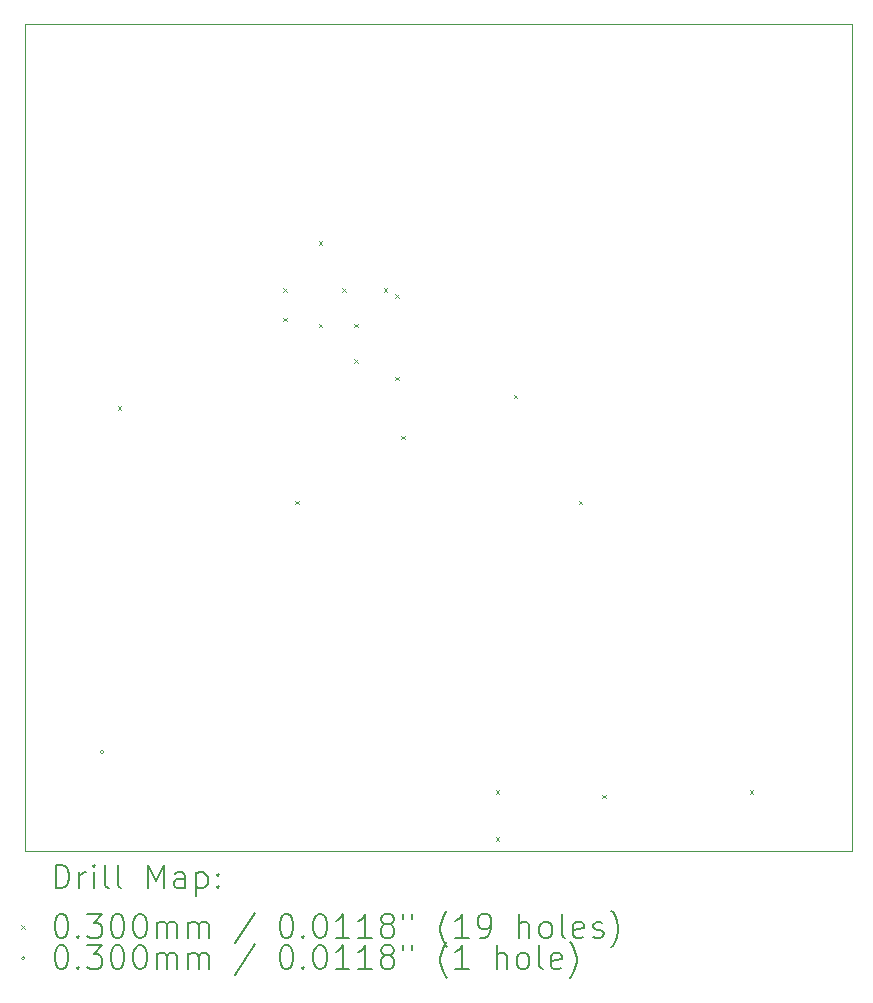
<source format=gbr>
%TF.GenerationSoftware,KiCad,Pcbnew,8.0.3-8.0.3-0~ubuntu24.04.1*%
%TF.CreationDate,2024-06-13T21:30:14+05:00*%
%TF.ProjectId,solartap_mcu,736f6c61-7274-4617-905f-6d63752e6b69,rev?*%
%TF.SameCoordinates,Original*%
%TF.FileFunction,Drillmap*%
%TF.FilePolarity,Positive*%
%FSLAX45Y45*%
G04 Gerber Fmt 4.5, Leading zero omitted, Abs format (unit mm)*
G04 Created by KiCad (PCBNEW 8.0.3-8.0.3-0~ubuntu24.04.1) date 2024-06-13 21:30:14*
%MOMM*%
%LPD*%
G01*
G04 APERTURE LIST*
%ADD10C,0.050000*%
%ADD11C,0.200000*%
%ADD12C,0.100000*%
G04 APERTURE END LIST*
D10*
X6000000Y-4000000D02*
X13000000Y-4000000D01*
X13000000Y-11000000D01*
X6000000Y-11000000D01*
X6000000Y-4000000D01*
D11*
D12*
X6785000Y-7235000D02*
X6815000Y-7265000D01*
X6815000Y-7235000D02*
X6785000Y-7265000D01*
X8185000Y-6235000D02*
X8215000Y-6265000D01*
X8215000Y-6235000D02*
X8185000Y-6265000D01*
X8185000Y-6485000D02*
X8215000Y-6515000D01*
X8215000Y-6485000D02*
X8185000Y-6515000D01*
X8285000Y-8035000D02*
X8315000Y-8065000D01*
X8315000Y-8035000D02*
X8285000Y-8065000D01*
X8485000Y-5835000D02*
X8515000Y-5865000D01*
X8515000Y-5835000D02*
X8485000Y-5865000D01*
X8485000Y-6535000D02*
X8515000Y-6565000D01*
X8515000Y-6535000D02*
X8485000Y-6565000D01*
X8685000Y-6235000D02*
X8715000Y-6265000D01*
X8715000Y-6235000D02*
X8685000Y-6265000D01*
X8785000Y-6535000D02*
X8815000Y-6565000D01*
X8815000Y-6535000D02*
X8785000Y-6565000D01*
X8785000Y-6835000D02*
X8815000Y-6865000D01*
X8815000Y-6835000D02*
X8785000Y-6865000D01*
X9035000Y-6235000D02*
X9065000Y-6265000D01*
X9065000Y-6235000D02*
X9035000Y-6265000D01*
X9135000Y-6285000D02*
X9165000Y-6315000D01*
X9165000Y-6285000D02*
X9135000Y-6315000D01*
X9135000Y-6985000D02*
X9165000Y-7015000D01*
X9165000Y-6985000D02*
X9135000Y-7015000D01*
X9185000Y-7485000D02*
X9215000Y-7515000D01*
X9215000Y-7485000D02*
X9185000Y-7515000D01*
X9985000Y-10485000D02*
X10015000Y-10515000D01*
X10015000Y-10485000D02*
X9985000Y-10515000D01*
X9985000Y-10885000D02*
X10015000Y-10915000D01*
X10015000Y-10885000D02*
X9985000Y-10915000D01*
X10135000Y-7135000D02*
X10165000Y-7165000D01*
X10165000Y-7135000D02*
X10135000Y-7165000D01*
X10685000Y-8035000D02*
X10715000Y-8065000D01*
X10715000Y-8035000D02*
X10685000Y-8065000D01*
X10885000Y-10521250D02*
X10915000Y-10551250D01*
X10915000Y-10521250D02*
X10885000Y-10551250D01*
X12135000Y-10485000D02*
X12165000Y-10515000D01*
X12165000Y-10485000D02*
X12135000Y-10515000D01*
X6665000Y-10160000D02*
G75*
G02*
X6635000Y-10160000I-15000J0D01*
G01*
X6635000Y-10160000D02*
G75*
G02*
X6665000Y-10160000I15000J0D01*
G01*
D11*
X6258277Y-11313984D02*
X6258277Y-11113984D01*
X6258277Y-11113984D02*
X6305896Y-11113984D01*
X6305896Y-11113984D02*
X6334467Y-11123508D01*
X6334467Y-11123508D02*
X6353515Y-11142555D01*
X6353515Y-11142555D02*
X6363039Y-11161603D01*
X6363039Y-11161603D02*
X6372562Y-11199698D01*
X6372562Y-11199698D02*
X6372562Y-11228269D01*
X6372562Y-11228269D02*
X6363039Y-11266365D01*
X6363039Y-11266365D02*
X6353515Y-11285412D01*
X6353515Y-11285412D02*
X6334467Y-11304460D01*
X6334467Y-11304460D02*
X6305896Y-11313984D01*
X6305896Y-11313984D02*
X6258277Y-11313984D01*
X6458277Y-11313984D02*
X6458277Y-11180650D01*
X6458277Y-11218746D02*
X6467801Y-11199698D01*
X6467801Y-11199698D02*
X6477324Y-11190174D01*
X6477324Y-11190174D02*
X6496372Y-11180650D01*
X6496372Y-11180650D02*
X6515420Y-11180650D01*
X6582086Y-11313984D02*
X6582086Y-11180650D01*
X6582086Y-11113984D02*
X6572562Y-11123508D01*
X6572562Y-11123508D02*
X6582086Y-11133031D01*
X6582086Y-11133031D02*
X6591610Y-11123508D01*
X6591610Y-11123508D02*
X6582086Y-11113984D01*
X6582086Y-11113984D02*
X6582086Y-11133031D01*
X6705896Y-11313984D02*
X6686848Y-11304460D01*
X6686848Y-11304460D02*
X6677324Y-11285412D01*
X6677324Y-11285412D02*
X6677324Y-11113984D01*
X6810658Y-11313984D02*
X6791610Y-11304460D01*
X6791610Y-11304460D02*
X6782086Y-11285412D01*
X6782086Y-11285412D02*
X6782086Y-11113984D01*
X7039229Y-11313984D02*
X7039229Y-11113984D01*
X7039229Y-11113984D02*
X7105896Y-11256841D01*
X7105896Y-11256841D02*
X7172562Y-11113984D01*
X7172562Y-11113984D02*
X7172562Y-11313984D01*
X7353515Y-11313984D02*
X7353515Y-11209222D01*
X7353515Y-11209222D02*
X7343991Y-11190174D01*
X7343991Y-11190174D02*
X7324943Y-11180650D01*
X7324943Y-11180650D02*
X7286848Y-11180650D01*
X7286848Y-11180650D02*
X7267801Y-11190174D01*
X7353515Y-11304460D02*
X7334467Y-11313984D01*
X7334467Y-11313984D02*
X7286848Y-11313984D01*
X7286848Y-11313984D02*
X7267801Y-11304460D01*
X7267801Y-11304460D02*
X7258277Y-11285412D01*
X7258277Y-11285412D02*
X7258277Y-11266365D01*
X7258277Y-11266365D02*
X7267801Y-11247317D01*
X7267801Y-11247317D02*
X7286848Y-11237793D01*
X7286848Y-11237793D02*
X7334467Y-11237793D01*
X7334467Y-11237793D02*
X7353515Y-11228269D01*
X7448753Y-11180650D02*
X7448753Y-11380650D01*
X7448753Y-11190174D02*
X7467801Y-11180650D01*
X7467801Y-11180650D02*
X7505896Y-11180650D01*
X7505896Y-11180650D02*
X7524943Y-11190174D01*
X7524943Y-11190174D02*
X7534467Y-11199698D01*
X7534467Y-11199698D02*
X7543991Y-11218746D01*
X7543991Y-11218746D02*
X7543991Y-11275888D01*
X7543991Y-11275888D02*
X7534467Y-11294936D01*
X7534467Y-11294936D02*
X7524943Y-11304460D01*
X7524943Y-11304460D02*
X7505896Y-11313984D01*
X7505896Y-11313984D02*
X7467801Y-11313984D01*
X7467801Y-11313984D02*
X7448753Y-11304460D01*
X7629705Y-11294936D02*
X7639229Y-11304460D01*
X7639229Y-11304460D02*
X7629705Y-11313984D01*
X7629705Y-11313984D02*
X7620182Y-11304460D01*
X7620182Y-11304460D02*
X7629705Y-11294936D01*
X7629705Y-11294936D02*
X7629705Y-11313984D01*
X7629705Y-11190174D02*
X7639229Y-11199698D01*
X7639229Y-11199698D02*
X7629705Y-11209222D01*
X7629705Y-11209222D02*
X7620182Y-11199698D01*
X7620182Y-11199698D02*
X7629705Y-11190174D01*
X7629705Y-11190174D02*
X7629705Y-11209222D01*
D12*
X5967500Y-11627500D02*
X5997500Y-11657500D01*
X5997500Y-11627500D02*
X5967500Y-11657500D01*
D11*
X6296372Y-11533984D02*
X6315420Y-11533984D01*
X6315420Y-11533984D02*
X6334467Y-11543508D01*
X6334467Y-11543508D02*
X6343991Y-11553031D01*
X6343991Y-11553031D02*
X6353515Y-11572079D01*
X6353515Y-11572079D02*
X6363039Y-11610174D01*
X6363039Y-11610174D02*
X6363039Y-11657793D01*
X6363039Y-11657793D02*
X6353515Y-11695888D01*
X6353515Y-11695888D02*
X6343991Y-11714936D01*
X6343991Y-11714936D02*
X6334467Y-11724460D01*
X6334467Y-11724460D02*
X6315420Y-11733984D01*
X6315420Y-11733984D02*
X6296372Y-11733984D01*
X6296372Y-11733984D02*
X6277324Y-11724460D01*
X6277324Y-11724460D02*
X6267801Y-11714936D01*
X6267801Y-11714936D02*
X6258277Y-11695888D01*
X6258277Y-11695888D02*
X6248753Y-11657793D01*
X6248753Y-11657793D02*
X6248753Y-11610174D01*
X6248753Y-11610174D02*
X6258277Y-11572079D01*
X6258277Y-11572079D02*
X6267801Y-11553031D01*
X6267801Y-11553031D02*
X6277324Y-11543508D01*
X6277324Y-11543508D02*
X6296372Y-11533984D01*
X6448753Y-11714936D02*
X6458277Y-11724460D01*
X6458277Y-11724460D02*
X6448753Y-11733984D01*
X6448753Y-11733984D02*
X6439229Y-11724460D01*
X6439229Y-11724460D02*
X6448753Y-11714936D01*
X6448753Y-11714936D02*
X6448753Y-11733984D01*
X6524943Y-11533984D02*
X6648753Y-11533984D01*
X6648753Y-11533984D02*
X6582086Y-11610174D01*
X6582086Y-11610174D02*
X6610658Y-11610174D01*
X6610658Y-11610174D02*
X6629705Y-11619698D01*
X6629705Y-11619698D02*
X6639229Y-11629222D01*
X6639229Y-11629222D02*
X6648753Y-11648269D01*
X6648753Y-11648269D02*
X6648753Y-11695888D01*
X6648753Y-11695888D02*
X6639229Y-11714936D01*
X6639229Y-11714936D02*
X6629705Y-11724460D01*
X6629705Y-11724460D02*
X6610658Y-11733984D01*
X6610658Y-11733984D02*
X6553515Y-11733984D01*
X6553515Y-11733984D02*
X6534467Y-11724460D01*
X6534467Y-11724460D02*
X6524943Y-11714936D01*
X6772562Y-11533984D02*
X6791610Y-11533984D01*
X6791610Y-11533984D02*
X6810658Y-11543508D01*
X6810658Y-11543508D02*
X6820182Y-11553031D01*
X6820182Y-11553031D02*
X6829705Y-11572079D01*
X6829705Y-11572079D02*
X6839229Y-11610174D01*
X6839229Y-11610174D02*
X6839229Y-11657793D01*
X6839229Y-11657793D02*
X6829705Y-11695888D01*
X6829705Y-11695888D02*
X6820182Y-11714936D01*
X6820182Y-11714936D02*
X6810658Y-11724460D01*
X6810658Y-11724460D02*
X6791610Y-11733984D01*
X6791610Y-11733984D02*
X6772562Y-11733984D01*
X6772562Y-11733984D02*
X6753515Y-11724460D01*
X6753515Y-11724460D02*
X6743991Y-11714936D01*
X6743991Y-11714936D02*
X6734467Y-11695888D01*
X6734467Y-11695888D02*
X6724943Y-11657793D01*
X6724943Y-11657793D02*
X6724943Y-11610174D01*
X6724943Y-11610174D02*
X6734467Y-11572079D01*
X6734467Y-11572079D02*
X6743991Y-11553031D01*
X6743991Y-11553031D02*
X6753515Y-11543508D01*
X6753515Y-11543508D02*
X6772562Y-11533984D01*
X6963039Y-11533984D02*
X6982086Y-11533984D01*
X6982086Y-11533984D02*
X7001134Y-11543508D01*
X7001134Y-11543508D02*
X7010658Y-11553031D01*
X7010658Y-11553031D02*
X7020182Y-11572079D01*
X7020182Y-11572079D02*
X7029705Y-11610174D01*
X7029705Y-11610174D02*
X7029705Y-11657793D01*
X7029705Y-11657793D02*
X7020182Y-11695888D01*
X7020182Y-11695888D02*
X7010658Y-11714936D01*
X7010658Y-11714936D02*
X7001134Y-11724460D01*
X7001134Y-11724460D02*
X6982086Y-11733984D01*
X6982086Y-11733984D02*
X6963039Y-11733984D01*
X6963039Y-11733984D02*
X6943991Y-11724460D01*
X6943991Y-11724460D02*
X6934467Y-11714936D01*
X6934467Y-11714936D02*
X6924943Y-11695888D01*
X6924943Y-11695888D02*
X6915420Y-11657793D01*
X6915420Y-11657793D02*
X6915420Y-11610174D01*
X6915420Y-11610174D02*
X6924943Y-11572079D01*
X6924943Y-11572079D02*
X6934467Y-11553031D01*
X6934467Y-11553031D02*
X6943991Y-11543508D01*
X6943991Y-11543508D02*
X6963039Y-11533984D01*
X7115420Y-11733984D02*
X7115420Y-11600650D01*
X7115420Y-11619698D02*
X7124943Y-11610174D01*
X7124943Y-11610174D02*
X7143991Y-11600650D01*
X7143991Y-11600650D02*
X7172563Y-11600650D01*
X7172563Y-11600650D02*
X7191610Y-11610174D01*
X7191610Y-11610174D02*
X7201134Y-11629222D01*
X7201134Y-11629222D02*
X7201134Y-11733984D01*
X7201134Y-11629222D02*
X7210658Y-11610174D01*
X7210658Y-11610174D02*
X7229705Y-11600650D01*
X7229705Y-11600650D02*
X7258277Y-11600650D01*
X7258277Y-11600650D02*
X7277324Y-11610174D01*
X7277324Y-11610174D02*
X7286848Y-11629222D01*
X7286848Y-11629222D02*
X7286848Y-11733984D01*
X7382086Y-11733984D02*
X7382086Y-11600650D01*
X7382086Y-11619698D02*
X7391610Y-11610174D01*
X7391610Y-11610174D02*
X7410658Y-11600650D01*
X7410658Y-11600650D02*
X7439229Y-11600650D01*
X7439229Y-11600650D02*
X7458277Y-11610174D01*
X7458277Y-11610174D02*
X7467801Y-11629222D01*
X7467801Y-11629222D02*
X7467801Y-11733984D01*
X7467801Y-11629222D02*
X7477324Y-11610174D01*
X7477324Y-11610174D02*
X7496372Y-11600650D01*
X7496372Y-11600650D02*
X7524943Y-11600650D01*
X7524943Y-11600650D02*
X7543991Y-11610174D01*
X7543991Y-11610174D02*
X7553515Y-11629222D01*
X7553515Y-11629222D02*
X7553515Y-11733984D01*
X7943991Y-11524460D02*
X7772563Y-11781603D01*
X8201134Y-11533984D02*
X8220182Y-11533984D01*
X8220182Y-11533984D02*
X8239229Y-11543508D01*
X8239229Y-11543508D02*
X8248753Y-11553031D01*
X8248753Y-11553031D02*
X8258277Y-11572079D01*
X8258277Y-11572079D02*
X8267801Y-11610174D01*
X8267801Y-11610174D02*
X8267801Y-11657793D01*
X8267801Y-11657793D02*
X8258277Y-11695888D01*
X8258277Y-11695888D02*
X8248753Y-11714936D01*
X8248753Y-11714936D02*
X8239229Y-11724460D01*
X8239229Y-11724460D02*
X8220182Y-11733984D01*
X8220182Y-11733984D02*
X8201134Y-11733984D01*
X8201134Y-11733984D02*
X8182086Y-11724460D01*
X8182086Y-11724460D02*
X8172563Y-11714936D01*
X8172563Y-11714936D02*
X8163039Y-11695888D01*
X8163039Y-11695888D02*
X8153515Y-11657793D01*
X8153515Y-11657793D02*
X8153515Y-11610174D01*
X8153515Y-11610174D02*
X8163039Y-11572079D01*
X8163039Y-11572079D02*
X8172563Y-11553031D01*
X8172563Y-11553031D02*
X8182086Y-11543508D01*
X8182086Y-11543508D02*
X8201134Y-11533984D01*
X8353515Y-11714936D02*
X8363039Y-11724460D01*
X8363039Y-11724460D02*
X8353515Y-11733984D01*
X8353515Y-11733984D02*
X8343991Y-11724460D01*
X8343991Y-11724460D02*
X8353515Y-11714936D01*
X8353515Y-11714936D02*
X8353515Y-11733984D01*
X8486848Y-11533984D02*
X8505896Y-11533984D01*
X8505896Y-11533984D02*
X8524944Y-11543508D01*
X8524944Y-11543508D02*
X8534468Y-11553031D01*
X8534468Y-11553031D02*
X8543991Y-11572079D01*
X8543991Y-11572079D02*
X8553515Y-11610174D01*
X8553515Y-11610174D02*
X8553515Y-11657793D01*
X8553515Y-11657793D02*
X8543991Y-11695888D01*
X8543991Y-11695888D02*
X8534468Y-11714936D01*
X8534468Y-11714936D02*
X8524944Y-11724460D01*
X8524944Y-11724460D02*
X8505896Y-11733984D01*
X8505896Y-11733984D02*
X8486848Y-11733984D01*
X8486848Y-11733984D02*
X8467801Y-11724460D01*
X8467801Y-11724460D02*
X8458277Y-11714936D01*
X8458277Y-11714936D02*
X8448753Y-11695888D01*
X8448753Y-11695888D02*
X8439229Y-11657793D01*
X8439229Y-11657793D02*
X8439229Y-11610174D01*
X8439229Y-11610174D02*
X8448753Y-11572079D01*
X8448753Y-11572079D02*
X8458277Y-11553031D01*
X8458277Y-11553031D02*
X8467801Y-11543508D01*
X8467801Y-11543508D02*
X8486848Y-11533984D01*
X8743991Y-11733984D02*
X8629706Y-11733984D01*
X8686848Y-11733984D02*
X8686848Y-11533984D01*
X8686848Y-11533984D02*
X8667801Y-11562555D01*
X8667801Y-11562555D02*
X8648753Y-11581603D01*
X8648753Y-11581603D02*
X8629706Y-11591127D01*
X8934468Y-11733984D02*
X8820182Y-11733984D01*
X8877325Y-11733984D02*
X8877325Y-11533984D01*
X8877325Y-11533984D02*
X8858277Y-11562555D01*
X8858277Y-11562555D02*
X8839229Y-11581603D01*
X8839229Y-11581603D02*
X8820182Y-11591127D01*
X9048753Y-11619698D02*
X9029706Y-11610174D01*
X9029706Y-11610174D02*
X9020182Y-11600650D01*
X9020182Y-11600650D02*
X9010658Y-11581603D01*
X9010658Y-11581603D02*
X9010658Y-11572079D01*
X9010658Y-11572079D02*
X9020182Y-11553031D01*
X9020182Y-11553031D02*
X9029706Y-11543508D01*
X9029706Y-11543508D02*
X9048753Y-11533984D01*
X9048753Y-11533984D02*
X9086849Y-11533984D01*
X9086849Y-11533984D02*
X9105896Y-11543508D01*
X9105896Y-11543508D02*
X9115420Y-11553031D01*
X9115420Y-11553031D02*
X9124944Y-11572079D01*
X9124944Y-11572079D02*
X9124944Y-11581603D01*
X9124944Y-11581603D02*
X9115420Y-11600650D01*
X9115420Y-11600650D02*
X9105896Y-11610174D01*
X9105896Y-11610174D02*
X9086849Y-11619698D01*
X9086849Y-11619698D02*
X9048753Y-11619698D01*
X9048753Y-11619698D02*
X9029706Y-11629222D01*
X9029706Y-11629222D02*
X9020182Y-11638746D01*
X9020182Y-11638746D02*
X9010658Y-11657793D01*
X9010658Y-11657793D02*
X9010658Y-11695888D01*
X9010658Y-11695888D02*
X9020182Y-11714936D01*
X9020182Y-11714936D02*
X9029706Y-11724460D01*
X9029706Y-11724460D02*
X9048753Y-11733984D01*
X9048753Y-11733984D02*
X9086849Y-11733984D01*
X9086849Y-11733984D02*
X9105896Y-11724460D01*
X9105896Y-11724460D02*
X9115420Y-11714936D01*
X9115420Y-11714936D02*
X9124944Y-11695888D01*
X9124944Y-11695888D02*
X9124944Y-11657793D01*
X9124944Y-11657793D02*
X9115420Y-11638746D01*
X9115420Y-11638746D02*
X9105896Y-11629222D01*
X9105896Y-11629222D02*
X9086849Y-11619698D01*
X9201134Y-11533984D02*
X9201134Y-11572079D01*
X9277325Y-11533984D02*
X9277325Y-11572079D01*
X9572563Y-11810174D02*
X9563039Y-11800650D01*
X9563039Y-11800650D02*
X9543991Y-11772079D01*
X9543991Y-11772079D02*
X9534468Y-11753031D01*
X9534468Y-11753031D02*
X9524944Y-11724460D01*
X9524944Y-11724460D02*
X9515420Y-11676841D01*
X9515420Y-11676841D02*
X9515420Y-11638746D01*
X9515420Y-11638746D02*
X9524944Y-11591127D01*
X9524944Y-11591127D02*
X9534468Y-11562555D01*
X9534468Y-11562555D02*
X9543991Y-11543508D01*
X9543991Y-11543508D02*
X9563039Y-11514936D01*
X9563039Y-11514936D02*
X9572563Y-11505412D01*
X9753515Y-11733984D02*
X9639230Y-11733984D01*
X9696372Y-11733984D02*
X9696372Y-11533984D01*
X9696372Y-11533984D02*
X9677325Y-11562555D01*
X9677325Y-11562555D02*
X9658277Y-11581603D01*
X9658277Y-11581603D02*
X9639230Y-11591127D01*
X9848753Y-11733984D02*
X9886849Y-11733984D01*
X9886849Y-11733984D02*
X9905896Y-11724460D01*
X9905896Y-11724460D02*
X9915420Y-11714936D01*
X9915420Y-11714936D02*
X9934468Y-11686365D01*
X9934468Y-11686365D02*
X9943991Y-11648269D01*
X9943991Y-11648269D02*
X9943991Y-11572079D01*
X9943991Y-11572079D02*
X9934468Y-11553031D01*
X9934468Y-11553031D02*
X9924944Y-11543508D01*
X9924944Y-11543508D02*
X9905896Y-11533984D01*
X9905896Y-11533984D02*
X9867801Y-11533984D01*
X9867801Y-11533984D02*
X9848753Y-11543508D01*
X9848753Y-11543508D02*
X9839230Y-11553031D01*
X9839230Y-11553031D02*
X9829706Y-11572079D01*
X9829706Y-11572079D02*
X9829706Y-11619698D01*
X9829706Y-11619698D02*
X9839230Y-11638746D01*
X9839230Y-11638746D02*
X9848753Y-11648269D01*
X9848753Y-11648269D02*
X9867801Y-11657793D01*
X9867801Y-11657793D02*
X9905896Y-11657793D01*
X9905896Y-11657793D02*
X9924944Y-11648269D01*
X9924944Y-11648269D02*
X9934468Y-11638746D01*
X9934468Y-11638746D02*
X9943991Y-11619698D01*
X10182087Y-11733984D02*
X10182087Y-11533984D01*
X10267801Y-11733984D02*
X10267801Y-11629222D01*
X10267801Y-11629222D02*
X10258277Y-11610174D01*
X10258277Y-11610174D02*
X10239230Y-11600650D01*
X10239230Y-11600650D02*
X10210658Y-11600650D01*
X10210658Y-11600650D02*
X10191611Y-11610174D01*
X10191611Y-11610174D02*
X10182087Y-11619698D01*
X10391611Y-11733984D02*
X10372563Y-11724460D01*
X10372563Y-11724460D02*
X10363039Y-11714936D01*
X10363039Y-11714936D02*
X10353515Y-11695888D01*
X10353515Y-11695888D02*
X10353515Y-11638746D01*
X10353515Y-11638746D02*
X10363039Y-11619698D01*
X10363039Y-11619698D02*
X10372563Y-11610174D01*
X10372563Y-11610174D02*
X10391611Y-11600650D01*
X10391611Y-11600650D02*
X10420182Y-11600650D01*
X10420182Y-11600650D02*
X10439230Y-11610174D01*
X10439230Y-11610174D02*
X10448753Y-11619698D01*
X10448753Y-11619698D02*
X10458277Y-11638746D01*
X10458277Y-11638746D02*
X10458277Y-11695888D01*
X10458277Y-11695888D02*
X10448753Y-11714936D01*
X10448753Y-11714936D02*
X10439230Y-11724460D01*
X10439230Y-11724460D02*
X10420182Y-11733984D01*
X10420182Y-11733984D02*
X10391611Y-11733984D01*
X10572563Y-11733984D02*
X10553515Y-11724460D01*
X10553515Y-11724460D02*
X10543992Y-11705412D01*
X10543992Y-11705412D02*
X10543992Y-11533984D01*
X10724944Y-11724460D02*
X10705896Y-11733984D01*
X10705896Y-11733984D02*
X10667801Y-11733984D01*
X10667801Y-11733984D02*
X10648753Y-11724460D01*
X10648753Y-11724460D02*
X10639230Y-11705412D01*
X10639230Y-11705412D02*
X10639230Y-11629222D01*
X10639230Y-11629222D02*
X10648753Y-11610174D01*
X10648753Y-11610174D02*
X10667801Y-11600650D01*
X10667801Y-11600650D02*
X10705896Y-11600650D01*
X10705896Y-11600650D02*
X10724944Y-11610174D01*
X10724944Y-11610174D02*
X10734468Y-11629222D01*
X10734468Y-11629222D02*
X10734468Y-11648269D01*
X10734468Y-11648269D02*
X10639230Y-11667317D01*
X10810658Y-11724460D02*
X10829706Y-11733984D01*
X10829706Y-11733984D02*
X10867801Y-11733984D01*
X10867801Y-11733984D02*
X10886849Y-11724460D01*
X10886849Y-11724460D02*
X10896373Y-11705412D01*
X10896373Y-11705412D02*
X10896373Y-11695888D01*
X10896373Y-11695888D02*
X10886849Y-11676841D01*
X10886849Y-11676841D02*
X10867801Y-11667317D01*
X10867801Y-11667317D02*
X10839230Y-11667317D01*
X10839230Y-11667317D02*
X10820182Y-11657793D01*
X10820182Y-11657793D02*
X10810658Y-11638746D01*
X10810658Y-11638746D02*
X10810658Y-11629222D01*
X10810658Y-11629222D02*
X10820182Y-11610174D01*
X10820182Y-11610174D02*
X10839230Y-11600650D01*
X10839230Y-11600650D02*
X10867801Y-11600650D01*
X10867801Y-11600650D02*
X10886849Y-11610174D01*
X10963039Y-11810174D02*
X10972563Y-11800650D01*
X10972563Y-11800650D02*
X10991611Y-11772079D01*
X10991611Y-11772079D02*
X11001134Y-11753031D01*
X11001134Y-11753031D02*
X11010658Y-11724460D01*
X11010658Y-11724460D02*
X11020182Y-11676841D01*
X11020182Y-11676841D02*
X11020182Y-11638746D01*
X11020182Y-11638746D02*
X11010658Y-11591127D01*
X11010658Y-11591127D02*
X11001134Y-11562555D01*
X11001134Y-11562555D02*
X10991611Y-11543508D01*
X10991611Y-11543508D02*
X10972563Y-11514936D01*
X10972563Y-11514936D02*
X10963039Y-11505412D01*
D12*
X5997500Y-11906500D02*
G75*
G02*
X5967500Y-11906500I-15000J0D01*
G01*
X5967500Y-11906500D02*
G75*
G02*
X5997500Y-11906500I15000J0D01*
G01*
D11*
X6296372Y-11797984D02*
X6315420Y-11797984D01*
X6315420Y-11797984D02*
X6334467Y-11807508D01*
X6334467Y-11807508D02*
X6343991Y-11817031D01*
X6343991Y-11817031D02*
X6353515Y-11836079D01*
X6353515Y-11836079D02*
X6363039Y-11874174D01*
X6363039Y-11874174D02*
X6363039Y-11921793D01*
X6363039Y-11921793D02*
X6353515Y-11959888D01*
X6353515Y-11959888D02*
X6343991Y-11978936D01*
X6343991Y-11978936D02*
X6334467Y-11988460D01*
X6334467Y-11988460D02*
X6315420Y-11997984D01*
X6315420Y-11997984D02*
X6296372Y-11997984D01*
X6296372Y-11997984D02*
X6277324Y-11988460D01*
X6277324Y-11988460D02*
X6267801Y-11978936D01*
X6267801Y-11978936D02*
X6258277Y-11959888D01*
X6258277Y-11959888D02*
X6248753Y-11921793D01*
X6248753Y-11921793D02*
X6248753Y-11874174D01*
X6248753Y-11874174D02*
X6258277Y-11836079D01*
X6258277Y-11836079D02*
X6267801Y-11817031D01*
X6267801Y-11817031D02*
X6277324Y-11807508D01*
X6277324Y-11807508D02*
X6296372Y-11797984D01*
X6448753Y-11978936D02*
X6458277Y-11988460D01*
X6458277Y-11988460D02*
X6448753Y-11997984D01*
X6448753Y-11997984D02*
X6439229Y-11988460D01*
X6439229Y-11988460D02*
X6448753Y-11978936D01*
X6448753Y-11978936D02*
X6448753Y-11997984D01*
X6524943Y-11797984D02*
X6648753Y-11797984D01*
X6648753Y-11797984D02*
X6582086Y-11874174D01*
X6582086Y-11874174D02*
X6610658Y-11874174D01*
X6610658Y-11874174D02*
X6629705Y-11883698D01*
X6629705Y-11883698D02*
X6639229Y-11893222D01*
X6639229Y-11893222D02*
X6648753Y-11912269D01*
X6648753Y-11912269D02*
X6648753Y-11959888D01*
X6648753Y-11959888D02*
X6639229Y-11978936D01*
X6639229Y-11978936D02*
X6629705Y-11988460D01*
X6629705Y-11988460D02*
X6610658Y-11997984D01*
X6610658Y-11997984D02*
X6553515Y-11997984D01*
X6553515Y-11997984D02*
X6534467Y-11988460D01*
X6534467Y-11988460D02*
X6524943Y-11978936D01*
X6772562Y-11797984D02*
X6791610Y-11797984D01*
X6791610Y-11797984D02*
X6810658Y-11807508D01*
X6810658Y-11807508D02*
X6820182Y-11817031D01*
X6820182Y-11817031D02*
X6829705Y-11836079D01*
X6829705Y-11836079D02*
X6839229Y-11874174D01*
X6839229Y-11874174D02*
X6839229Y-11921793D01*
X6839229Y-11921793D02*
X6829705Y-11959888D01*
X6829705Y-11959888D02*
X6820182Y-11978936D01*
X6820182Y-11978936D02*
X6810658Y-11988460D01*
X6810658Y-11988460D02*
X6791610Y-11997984D01*
X6791610Y-11997984D02*
X6772562Y-11997984D01*
X6772562Y-11997984D02*
X6753515Y-11988460D01*
X6753515Y-11988460D02*
X6743991Y-11978936D01*
X6743991Y-11978936D02*
X6734467Y-11959888D01*
X6734467Y-11959888D02*
X6724943Y-11921793D01*
X6724943Y-11921793D02*
X6724943Y-11874174D01*
X6724943Y-11874174D02*
X6734467Y-11836079D01*
X6734467Y-11836079D02*
X6743991Y-11817031D01*
X6743991Y-11817031D02*
X6753515Y-11807508D01*
X6753515Y-11807508D02*
X6772562Y-11797984D01*
X6963039Y-11797984D02*
X6982086Y-11797984D01*
X6982086Y-11797984D02*
X7001134Y-11807508D01*
X7001134Y-11807508D02*
X7010658Y-11817031D01*
X7010658Y-11817031D02*
X7020182Y-11836079D01*
X7020182Y-11836079D02*
X7029705Y-11874174D01*
X7029705Y-11874174D02*
X7029705Y-11921793D01*
X7029705Y-11921793D02*
X7020182Y-11959888D01*
X7020182Y-11959888D02*
X7010658Y-11978936D01*
X7010658Y-11978936D02*
X7001134Y-11988460D01*
X7001134Y-11988460D02*
X6982086Y-11997984D01*
X6982086Y-11997984D02*
X6963039Y-11997984D01*
X6963039Y-11997984D02*
X6943991Y-11988460D01*
X6943991Y-11988460D02*
X6934467Y-11978936D01*
X6934467Y-11978936D02*
X6924943Y-11959888D01*
X6924943Y-11959888D02*
X6915420Y-11921793D01*
X6915420Y-11921793D02*
X6915420Y-11874174D01*
X6915420Y-11874174D02*
X6924943Y-11836079D01*
X6924943Y-11836079D02*
X6934467Y-11817031D01*
X6934467Y-11817031D02*
X6943991Y-11807508D01*
X6943991Y-11807508D02*
X6963039Y-11797984D01*
X7115420Y-11997984D02*
X7115420Y-11864650D01*
X7115420Y-11883698D02*
X7124943Y-11874174D01*
X7124943Y-11874174D02*
X7143991Y-11864650D01*
X7143991Y-11864650D02*
X7172563Y-11864650D01*
X7172563Y-11864650D02*
X7191610Y-11874174D01*
X7191610Y-11874174D02*
X7201134Y-11893222D01*
X7201134Y-11893222D02*
X7201134Y-11997984D01*
X7201134Y-11893222D02*
X7210658Y-11874174D01*
X7210658Y-11874174D02*
X7229705Y-11864650D01*
X7229705Y-11864650D02*
X7258277Y-11864650D01*
X7258277Y-11864650D02*
X7277324Y-11874174D01*
X7277324Y-11874174D02*
X7286848Y-11893222D01*
X7286848Y-11893222D02*
X7286848Y-11997984D01*
X7382086Y-11997984D02*
X7382086Y-11864650D01*
X7382086Y-11883698D02*
X7391610Y-11874174D01*
X7391610Y-11874174D02*
X7410658Y-11864650D01*
X7410658Y-11864650D02*
X7439229Y-11864650D01*
X7439229Y-11864650D02*
X7458277Y-11874174D01*
X7458277Y-11874174D02*
X7467801Y-11893222D01*
X7467801Y-11893222D02*
X7467801Y-11997984D01*
X7467801Y-11893222D02*
X7477324Y-11874174D01*
X7477324Y-11874174D02*
X7496372Y-11864650D01*
X7496372Y-11864650D02*
X7524943Y-11864650D01*
X7524943Y-11864650D02*
X7543991Y-11874174D01*
X7543991Y-11874174D02*
X7553515Y-11893222D01*
X7553515Y-11893222D02*
X7553515Y-11997984D01*
X7943991Y-11788460D02*
X7772563Y-12045603D01*
X8201134Y-11797984D02*
X8220182Y-11797984D01*
X8220182Y-11797984D02*
X8239229Y-11807508D01*
X8239229Y-11807508D02*
X8248753Y-11817031D01*
X8248753Y-11817031D02*
X8258277Y-11836079D01*
X8258277Y-11836079D02*
X8267801Y-11874174D01*
X8267801Y-11874174D02*
X8267801Y-11921793D01*
X8267801Y-11921793D02*
X8258277Y-11959888D01*
X8258277Y-11959888D02*
X8248753Y-11978936D01*
X8248753Y-11978936D02*
X8239229Y-11988460D01*
X8239229Y-11988460D02*
X8220182Y-11997984D01*
X8220182Y-11997984D02*
X8201134Y-11997984D01*
X8201134Y-11997984D02*
X8182086Y-11988460D01*
X8182086Y-11988460D02*
X8172563Y-11978936D01*
X8172563Y-11978936D02*
X8163039Y-11959888D01*
X8163039Y-11959888D02*
X8153515Y-11921793D01*
X8153515Y-11921793D02*
X8153515Y-11874174D01*
X8153515Y-11874174D02*
X8163039Y-11836079D01*
X8163039Y-11836079D02*
X8172563Y-11817031D01*
X8172563Y-11817031D02*
X8182086Y-11807508D01*
X8182086Y-11807508D02*
X8201134Y-11797984D01*
X8353515Y-11978936D02*
X8363039Y-11988460D01*
X8363039Y-11988460D02*
X8353515Y-11997984D01*
X8353515Y-11997984D02*
X8343991Y-11988460D01*
X8343991Y-11988460D02*
X8353515Y-11978936D01*
X8353515Y-11978936D02*
X8353515Y-11997984D01*
X8486848Y-11797984D02*
X8505896Y-11797984D01*
X8505896Y-11797984D02*
X8524944Y-11807508D01*
X8524944Y-11807508D02*
X8534468Y-11817031D01*
X8534468Y-11817031D02*
X8543991Y-11836079D01*
X8543991Y-11836079D02*
X8553515Y-11874174D01*
X8553515Y-11874174D02*
X8553515Y-11921793D01*
X8553515Y-11921793D02*
X8543991Y-11959888D01*
X8543991Y-11959888D02*
X8534468Y-11978936D01*
X8534468Y-11978936D02*
X8524944Y-11988460D01*
X8524944Y-11988460D02*
X8505896Y-11997984D01*
X8505896Y-11997984D02*
X8486848Y-11997984D01*
X8486848Y-11997984D02*
X8467801Y-11988460D01*
X8467801Y-11988460D02*
X8458277Y-11978936D01*
X8458277Y-11978936D02*
X8448753Y-11959888D01*
X8448753Y-11959888D02*
X8439229Y-11921793D01*
X8439229Y-11921793D02*
X8439229Y-11874174D01*
X8439229Y-11874174D02*
X8448753Y-11836079D01*
X8448753Y-11836079D02*
X8458277Y-11817031D01*
X8458277Y-11817031D02*
X8467801Y-11807508D01*
X8467801Y-11807508D02*
X8486848Y-11797984D01*
X8743991Y-11997984D02*
X8629706Y-11997984D01*
X8686848Y-11997984D02*
X8686848Y-11797984D01*
X8686848Y-11797984D02*
X8667801Y-11826555D01*
X8667801Y-11826555D02*
X8648753Y-11845603D01*
X8648753Y-11845603D02*
X8629706Y-11855127D01*
X8934468Y-11997984D02*
X8820182Y-11997984D01*
X8877325Y-11997984D02*
X8877325Y-11797984D01*
X8877325Y-11797984D02*
X8858277Y-11826555D01*
X8858277Y-11826555D02*
X8839229Y-11845603D01*
X8839229Y-11845603D02*
X8820182Y-11855127D01*
X9048753Y-11883698D02*
X9029706Y-11874174D01*
X9029706Y-11874174D02*
X9020182Y-11864650D01*
X9020182Y-11864650D02*
X9010658Y-11845603D01*
X9010658Y-11845603D02*
X9010658Y-11836079D01*
X9010658Y-11836079D02*
X9020182Y-11817031D01*
X9020182Y-11817031D02*
X9029706Y-11807508D01*
X9029706Y-11807508D02*
X9048753Y-11797984D01*
X9048753Y-11797984D02*
X9086849Y-11797984D01*
X9086849Y-11797984D02*
X9105896Y-11807508D01*
X9105896Y-11807508D02*
X9115420Y-11817031D01*
X9115420Y-11817031D02*
X9124944Y-11836079D01*
X9124944Y-11836079D02*
X9124944Y-11845603D01*
X9124944Y-11845603D02*
X9115420Y-11864650D01*
X9115420Y-11864650D02*
X9105896Y-11874174D01*
X9105896Y-11874174D02*
X9086849Y-11883698D01*
X9086849Y-11883698D02*
X9048753Y-11883698D01*
X9048753Y-11883698D02*
X9029706Y-11893222D01*
X9029706Y-11893222D02*
X9020182Y-11902746D01*
X9020182Y-11902746D02*
X9010658Y-11921793D01*
X9010658Y-11921793D02*
X9010658Y-11959888D01*
X9010658Y-11959888D02*
X9020182Y-11978936D01*
X9020182Y-11978936D02*
X9029706Y-11988460D01*
X9029706Y-11988460D02*
X9048753Y-11997984D01*
X9048753Y-11997984D02*
X9086849Y-11997984D01*
X9086849Y-11997984D02*
X9105896Y-11988460D01*
X9105896Y-11988460D02*
X9115420Y-11978936D01*
X9115420Y-11978936D02*
X9124944Y-11959888D01*
X9124944Y-11959888D02*
X9124944Y-11921793D01*
X9124944Y-11921793D02*
X9115420Y-11902746D01*
X9115420Y-11902746D02*
X9105896Y-11893222D01*
X9105896Y-11893222D02*
X9086849Y-11883698D01*
X9201134Y-11797984D02*
X9201134Y-11836079D01*
X9277325Y-11797984D02*
X9277325Y-11836079D01*
X9572563Y-12074174D02*
X9563039Y-12064650D01*
X9563039Y-12064650D02*
X9543991Y-12036079D01*
X9543991Y-12036079D02*
X9534468Y-12017031D01*
X9534468Y-12017031D02*
X9524944Y-11988460D01*
X9524944Y-11988460D02*
X9515420Y-11940841D01*
X9515420Y-11940841D02*
X9515420Y-11902746D01*
X9515420Y-11902746D02*
X9524944Y-11855127D01*
X9524944Y-11855127D02*
X9534468Y-11826555D01*
X9534468Y-11826555D02*
X9543991Y-11807508D01*
X9543991Y-11807508D02*
X9563039Y-11778936D01*
X9563039Y-11778936D02*
X9572563Y-11769412D01*
X9753515Y-11997984D02*
X9639230Y-11997984D01*
X9696372Y-11997984D02*
X9696372Y-11797984D01*
X9696372Y-11797984D02*
X9677325Y-11826555D01*
X9677325Y-11826555D02*
X9658277Y-11845603D01*
X9658277Y-11845603D02*
X9639230Y-11855127D01*
X9991611Y-11997984D02*
X9991611Y-11797984D01*
X10077325Y-11997984D02*
X10077325Y-11893222D01*
X10077325Y-11893222D02*
X10067801Y-11874174D01*
X10067801Y-11874174D02*
X10048753Y-11864650D01*
X10048753Y-11864650D02*
X10020182Y-11864650D01*
X10020182Y-11864650D02*
X10001134Y-11874174D01*
X10001134Y-11874174D02*
X9991611Y-11883698D01*
X10201134Y-11997984D02*
X10182087Y-11988460D01*
X10182087Y-11988460D02*
X10172563Y-11978936D01*
X10172563Y-11978936D02*
X10163039Y-11959888D01*
X10163039Y-11959888D02*
X10163039Y-11902746D01*
X10163039Y-11902746D02*
X10172563Y-11883698D01*
X10172563Y-11883698D02*
X10182087Y-11874174D01*
X10182087Y-11874174D02*
X10201134Y-11864650D01*
X10201134Y-11864650D02*
X10229706Y-11864650D01*
X10229706Y-11864650D02*
X10248753Y-11874174D01*
X10248753Y-11874174D02*
X10258277Y-11883698D01*
X10258277Y-11883698D02*
X10267801Y-11902746D01*
X10267801Y-11902746D02*
X10267801Y-11959888D01*
X10267801Y-11959888D02*
X10258277Y-11978936D01*
X10258277Y-11978936D02*
X10248753Y-11988460D01*
X10248753Y-11988460D02*
X10229706Y-11997984D01*
X10229706Y-11997984D02*
X10201134Y-11997984D01*
X10382087Y-11997984D02*
X10363039Y-11988460D01*
X10363039Y-11988460D02*
X10353515Y-11969412D01*
X10353515Y-11969412D02*
X10353515Y-11797984D01*
X10534468Y-11988460D02*
X10515420Y-11997984D01*
X10515420Y-11997984D02*
X10477325Y-11997984D01*
X10477325Y-11997984D02*
X10458277Y-11988460D01*
X10458277Y-11988460D02*
X10448753Y-11969412D01*
X10448753Y-11969412D02*
X10448753Y-11893222D01*
X10448753Y-11893222D02*
X10458277Y-11874174D01*
X10458277Y-11874174D02*
X10477325Y-11864650D01*
X10477325Y-11864650D02*
X10515420Y-11864650D01*
X10515420Y-11864650D02*
X10534468Y-11874174D01*
X10534468Y-11874174D02*
X10543992Y-11893222D01*
X10543992Y-11893222D02*
X10543992Y-11912269D01*
X10543992Y-11912269D02*
X10448753Y-11931317D01*
X10610658Y-12074174D02*
X10620182Y-12064650D01*
X10620182Y-12064650D02*
X10639230Y-12036079D01*
X10639230Y-12036079D02*
X10648753Y-12017031D01*
X10648753Y-12017031D02*
X10658277Y-11988460D01*
X10658277Y-11988460D02*
X10667801Y-11940841D01*
X10667801Y-11940841D02*
X10667801Y-11902746D01*
X10667801Y-11902746D02*
X10658277Y-11855127D01*
X10658277Y-11855127D02*
X10648753Y-11826555D01*
X10648753Y-11826555D02*
X10639230Y-11807508D01*
X10639230Y-11807508D02*
X10620182Y-11778936D01*
X10620182Y-11778936D02*
X10610658Y-11769412D01*
M02*

</source>
